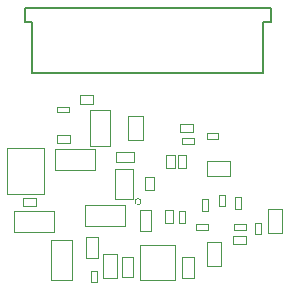
<source format=gbr>
%TF.GenerationSoftware,Altium Limited,Altium Designer,20.1.12 (249)*%
G04 Layer_Color=16711935*
%FSLAX45Y45*%
%MOMM*%
%TF.SameCoordinates,27206DED-D720-4121-B7EB-46A740E941A3*%
%TF.FilePolarity,Positive*%
%TF.FileFunction,Other,M13_-_Top_Assy*%
%TF.Part,Single*%
G01*
G75*
%TA.AperFunction,NonConductor*%
%ADD84C,0.10000*%
%ADD86C,0.12700*%
D84*
X1192501Y757500D02*
G03*
X1192501Y757500I-25000J0D01*
G01*
X1185000Y685000D02*
X1280000D01*
X1185000Y510000D02*
X1280000D01*
Y685000D01*
X1185000Y510000D02*
Y685000D01*
X1482500Y90000D02*
Y390000D01*
X1182500Y90000D02*
Y390000D01*
X1482500D01*
X1182500Y90000D02*
X1482500D01*
X870000Y112500D02*
Y312500D01*
Y112500D02*
X990000D01*
Y312500D01*
X870000D02*
X990000D01*
X2267500Y695000D02*
X2387500D01*
Y495000D02*
Y695000D01*
X2267500Y495000D02*
X2387500D01*
X2267500D02*
Y695000D01*
X1137500Y1095000D02*
Y1175000D01*
X977500Y1095000D02*
X1137500D01*
X977500D02*
Y1175000D01*
X1137500D01*
X465001Y1204999D02*
X805000D01*
X465001Y1024999D02*
X805000D01*
X465001D02*
Y1204999D01*
X805000Y1024999D02*
Y1204999D01*
X730000Y280000D02*
X825000D01*
X730000Y455000D02*
X825000D01*
X730000Y280000D02*
Y455000D01*
X825000Y280000D02*
Y455000D01*
X1392500Y682500D02*
X1462501D01*
X1392500Y572500D02*
X1462501D01*
Y682500D01*
X1392500Y572500D02*
Y682500D01*
X1210000Y1282500D02*
Y1482500D01*
X1085000D02*
X1210000D01*
X1085000Y1282500D02*
Y1482500D01*
Y1282500D02*
X1210000D01*
X1127500Y117500D02*
Y287500D01*
X1032500Y117500D02*
Y287500D01*
X1127500D01*
X1032500Y117500D02*
X1127500D01*
X62500Y822500D02*
X372500D01*
X62500Y1215000D02*
X372500D01*
X62500Y822500D02*
Y1215000D01*
X372500Y822500D02*
Y1215000D01*
X972500Y782500D02*
X1122500D01*
Y1032500D01*
X972500D02*
X1122500D01*
X972500Y782500D02*
Y1032500D01*
X485000Y1512500D02*
X585000D01*
X585000D02*
Y1562500D01*
X485000D02*
X585000D01*
X485000Y1512500D02*
Y1562500D01*
X757500Y1230000D02*
Y1535000D01*
X932500Y1230000D02*
Y1535000D01*
X757500D02*
X932500D01*
X757500Y1230000D02*
X932500D01*
X1980000Y515000D02*
X2080000D01*
X2080000D02*
Y565000D01*
X1980000D02*
X2080000D01*
X1980000Y515000D02*
Y565000D01*
X1407500Y1044999D02*
Y1154999D01*
X1477500Y1044999D02*
Y1154999D01*
X1407500Y1044999D02*
X1477500D01*
X1407500Y1154999D02*
X1477500D01*
X1577500Y1045000D02*
Y1155000D01*
X1507500Y1045000D02*
Y1155000D01*
X1577500D01*
X1507500Y1045000D02*
X1577500D01*
X680000Y1657500D02*
X790000D01*
X680000Y1587500D02*
X790000D01*
X680000D02*
Y1657500D01*
X790000Y1587500D02*
Y1657500D01*
X1230000Y852500D02*
Y962500D01*
X1300000Y852500D02*
Y962500D01*
X1230000Y852500D02*
X1300000D01*
X1230000Y962500D02*
X1300000D01*
X1751983Y214324D02*
Y414324D01*
Y214324D02*
X1871983D01*
Y414324D01*
X1751983D02*
X1871983D01*
X1750000Y977500D02*
X1950000D01*
Y1097500D01*
X1750000D02*
X1950000D01*
X1750000Y977500D02*
Y1097500D01*
X767500Y72500D02*
Y172500D01*
Y72500D02*
X817500D01*
Y172500D01*
X767500D02*
X817500D01*
X1542500Y1292500D02*
X1642500D01*
X1542500Y1242500D02*
Y1292500D01*
Y1242500D02*
X1642500D01*
Y1292500D01*
X2042500Y692500D02*
Y792500D01*
X1992500Y792500D02*
X2042500D01*
X1992500Y692500D02*
Y792500D01*
Y692500D02*
X2042500D01*
X1512500Y580000D02*
Y680000D01*
Y580000D02*
X1562500D01*
Y680000D01*
X1512500D02*
X1562500D01*
X1747500Y1290000D02*
X1847500D01*
X1847500D02*
Y1340000D01*
X1747500D02*
X1847500D01*
X1747500Y1290000D02*
Y1340000D01*
X1707500Y677500D02*
Y777500D01*
Y677500D02*
X1757500D01*
Y777500D01*
X1707500D02*
X1757500D01*
X1660000Y515000D02*
Y565000D01*
X1760000D01*
Y515000D02*
Y565000D01*
X1660000Y515000D02*
X1760001D01*
X2160000Y480000D02*
Y580000D01*
Y480000D02*
X2210000D01*
Y580000D01*
X2160000D02*
X2210000D01*
X1852500Y717500D02*
X1902500D01*
X1852500D02*
Y817500D01*
X1902500D01*
Y717500D02*
Y817500D01*
X477500Y1250000D02*
X587500D01*
X477500Y1320000D02*
X587500D01*
Y1250000D02*
Y1320000D01*
X477500Y1250000D02*
Y1320000D01*
X192500Y717500D02*
X302500D01*
X192500Y787500D02*
X302500D01*
Y717500D02*
Y787500D01*
X192500Y717500D02*
Y787500D01*
X430000Y95000D02*
X610000D01*
X430000Y435000D02*
X610000D01*
X430000Y95000D02*
Y435000D01*
X610000Y95000D02*
Y435000D01*
X457500Y497500D02*
Y677500D01*
X117500Y497500D02*
Y677500D01*
Y497500D02*
X457500D01*
X117500Y677500D02*
X457500D01*
X1544205Y113259D02*
Y288259D01*
X1639205Y113259D02*
Y288259D01*
X1544205Y113259D02*
X1639205D01*
X1544205Y288259D02*
X1639205D01*
X1975000Y395000D02*
X2085000D01*
X1975000Y465000D02*
X2085000D01*
Y395000D02*
Y465000D01*
X1975000Y395000D02*
Y465000D01*
X1524000Y1415000D02*
X1634000D01*
X1524000Y1345000D02*
X1634000D01*
X1524000D02*
Y1415000D01*
X1634000Y1345000D02*
Y1415000D01*
X1055000Y547500D02*
Y727500D01*
X715000Y547500D02*
Y727500D01*
Y547500D02*
X1055000D01*
X715000Y727500D02*
X1055000D01*
D86*
X2230000Y1850000D02*
Y2280000D01*
X2290000D01*
Y2400000D01*
X210000D02*
X2290000D01*
X210000Y2280000D02*
Y2400000D01*
Y2280000D02*
X270000D01*
Y1850000D02*
Y2280000D01*
Y1850000D02*
X2230000D01*
Y2280000D01*
X2290000D01*
Y2400000D01*
X210000D02*
X2290000D01*
X210000Y2280000D02*
Y2400000D01*
Y2280000D02*
X270000D01*
Y1850000D02*
Y2280000D01*
Y1850000D02*
X2230000D01*
%TF.MD5,27803b0fd7d04b6275a9935cb585a7ff*%
M02*

</source>
